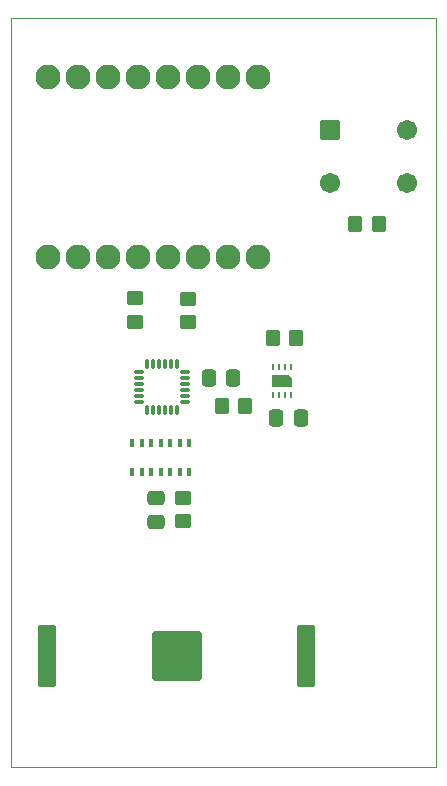
<source format=gts>
%TF.GenerationSoftware,KiCad,Pcbnew,8.0.8*%
%TF.CreationDate,2025-05-01T15:14:52+05:30*%
%TF.ProjectId,smart_ringfinal,736d6172-745f-4726-996e-6766696e616c,rev?*%
%TF.SameCoordinates,Original*%
%TF.FileFunction,Soldermask,Top*%
%TF.FilePolarity,Negative*%
%FSLAX46Y46*%
G04 Gerber Fmt 4.6, Leading zero omitted, Abs format (unit mm)*
G04 Created by KiCad (PCBNEW 8.0.8) date 2025-05-01 15:14:52*
%MOMM*%
%LPD*%
G01*
G04 APERTURE LIST*
G04 Aperture macros list*
%AMRoundRect*
0 Rectangle with rounded corners*
0 $1 Rounding radius*
0 $2 $3 $4 $5 $6 $7 $8 $9 X,Y pos of 4 corners*
0 Add a 4 corners polygon primitive as box body*
4,1,4,$2,$3,$4,$5,$6,$7,$8,$9,$2,$3,0*
0 Add four circle primitives for the rounded corners*
1,1,$1+$1,$2,$3*
1,1,$1+$1,$4,$5*
1,1,$1+$1,$6,$7*
1,1,$1+$1,$8,$9*
0 Add four rect primitives between the rounded corners*
20,1,$1+$1,$2,$3,$4,$5,0*
20,1,$1+$1,$4,$5,$6,$7,0*
20,1,$1+$1,$6,$7,$8,$9,0*
20,1,$1+$1,$8,$9,$2,$3,0*%
%AMFreePoly0*
4,1,6,0.500000,-0.850000,-0.500000,-0.850000,-0.500000,0.550000,-0.200000,0.850000,0.500000,0.850000,0.500000,-0.850000,0.500000,-0.850000,$1*%
G04 Aperture macros list end*
%ADD10RoundRect,0.075000X-0.350000X-0.075000X0.350000X-0.075000X0.350000X0.075000X-0.350000X0.075000X0*%
%ADD11RoundRect,0.075000X0.075000X-0.350000X0.075000X0.350000X-0.075000X0.350000X-0.075000X-0.350000X0*%
%ADD12RoundRect,0.250000X-0.475000X0.337500X-0.475000X-0.337500X0.475000X-0.337500X0.475000X0.337500X0*%
%ADD13RoundRect,0.250000X0.450000X-0.350000X0.450000X0.350000X-0.450000X0.350000X-0.450000X-0.350000X0*%
%ADD14RoundRect,0.250000X-0.350000X-0.450000X0.350000X-0.450000X0.350000X0.450000X-0.350000X0.450000X0*%
%ADD15RoundRect,0.250000X0.337500X0.475000X-0.337500X0.475000X-0.337500X-0.475000X0.337500X-0.475000X0*%
%ADD16C,2.109000*%
%ADD17RoundRect,0.102000X-1.980000X-1.980000X1.980000X-1.980000X1.980000X1.980000X-1.980000X1.980000X0*%
%ADD18RoundRect,0.102000X-0.635000X-2.540000X0.635000X-2.540000X0.635000X2.540000X-0.635000X2.540000X0*%
%ADD19RoundRect,0.250000X-0.450000X0.350000X-0.450000X-0.350000X0.450000X-0.350000X0.450000X0.350000X0*%
%ADD20RoundRect,0.102000X-0.749000X-0.749000X0.749000X-0.749000X0.749000X0.749000X-0.749000X0.749000X0*%
%ADD21C,1.702000*%
%ADD22RoundRect,0.087500X-0.087500X0.287500X-0.087500X-0.287500X0.087500X-0.287500X0.087500X0.287500X0*%
%ADD23R,0.250000X0.550000*%
%ADD24FreePoly0,270.000000*%
%TA.AperFunction,Profile*%
%ADD25C,0.050000*%
%TD*%
G04 APERTURE END LIST*
D10*
%TO.C,U3*%
X116875000Y-146975000D03*
X116875000Y-147475000D03*
X116875000Y-147975000D03*
X116875000Y-148475000D03*
X116875000Y-148975000D03*
X116875000Y-149475000D03*
D11*
X117575000Y-150175000D03*
X118075000Y-150175000D03*
X118575000Y-150175000D03*
X119075000Y-150175000D03*
X119575000Y-150175000D03*
X120075000Y-150175000D03*
D10*
X120775000Y-149475000D03*
X120775000Y-148975000D03*
X120775000Y-148475000D03*
X120775000Y-147975000D03*
X120775000Y-147475000D03*
X120775000Y-146975000D03*
D11*
X120075000Y-146275000D03*
X119575000Y-146275000D03*
X119075000Y-146275000D03*
X118575000Y-146275000D03*
X118075000Y-146275000D03*
X117575000Y-146275000D03*
%TD*%
D12*
%TO.C,C2*%
X118350000Y-157625000D03*
X118350000Y-159700000D03*
%TD*%
D13*
%TO.C,R2*%
X121075000Y-142750000D03*
X121075000Y-140750000D03*
%TD*%
D14*
%TO.C,R3*%
X123875000Y-149825000D03*
X125875000Y-149825000D03*
%TD*%
D15*
%TO.C,C3*%
X130600000Y-150825000D03*
X128525000Y-150825000D03*
%TD*%
%TO.C,C1*%
X124875000Y-147500000D03*
X122800000Y-147500000D03*
%TD*%
D16*
%TO.C,U1*%
X126950000Y-122025000D03*
X124410000Y-122025000D03*
X121870000Y-122025000D03*
X119330000Y-122025000D03*
X114250000Y-122025000D03*
X116790000Y-122025000D03*
X109170000Y-137265000D03*
X109170000Y-122025000D03*
X111710000Y-137265000D03*
X114250000Y-137265000D03*
X116790000Y-137265000D03*
X119330000Y-137265000D03*
X121870000Y-137265000D03*
X124410000Y-137265000D03*
X126950000Y-137265000D03*
X111710000Y-122025000D03*
%TD*%
D17*
%TO.C,BT1*%
X120080000Y-170980000D03*
D18*
X109095000Y-170980000D03*
X131065000Y-170980000D03*
%TD*%
D14*
%TO.C,R4*%
X135175000Y-134450000D03*
X137175000Y-134450000D03*
%TD*%
D19*
%TO.C,R1*%
X116575000Y-140725000D03*
X116575000Y-142725000D03*
%TD*%
D20*
%TO.C,S1*%
X133075000Y-126475000D03*
D21*
X133075000Y-130975000D03*
X139575000Y-126475000D03*
X139575000Y-130975000D03*
%TD*%
D22*
%TO.C,U2*%
X121125000Y-153000000D03*
X120325000Y-153000000D03*
X119525000Y-153000000D03*
X118725000Y-153000000D03*
X117925000Y-153000000D03*
X117125000Y-153000000D03*
X116325000Y-153000000D03*
X116325000Y-155400000D03*
X117125000Y-155400000D03*
X117925000Y-155400000D03*
X118725000Y-155400000D03*
X119525000Y-155400000D03*
X120325000Y-155400000D03*
X121125000Y-155400000D03*
%TD*%
D19*
%TO.C,R5*%
X120650000Y-157600000D03*
X120650000Y-159600000D03*
%TD*%
D14*
%TO.C,R6*%
X128200000Y-144075000D03*
X130200000Y-144075000D03*
%TD*%
D23*
%TO.C,U4*%
X129725000Y-146525000D03*
X129225000Y-146525000D03*
X128725000Y-146525000D03*
X128225000Y-146525000D03*
X128225000Y-148875000D03*
X128725000Y-148875000D03*
X129225000Y-148875000D03*
X129725000Y-148875000D03*
D24*
X128975000Y-147700000D03*
%TD*%
D25*
X106045000Y-117030000D02*
X142065000Y-117030000D01*
X142065000Y-180405000D01*
X106045000Y-180405000D01*
X106045000Y-117030000D01*
M02*

</source>
